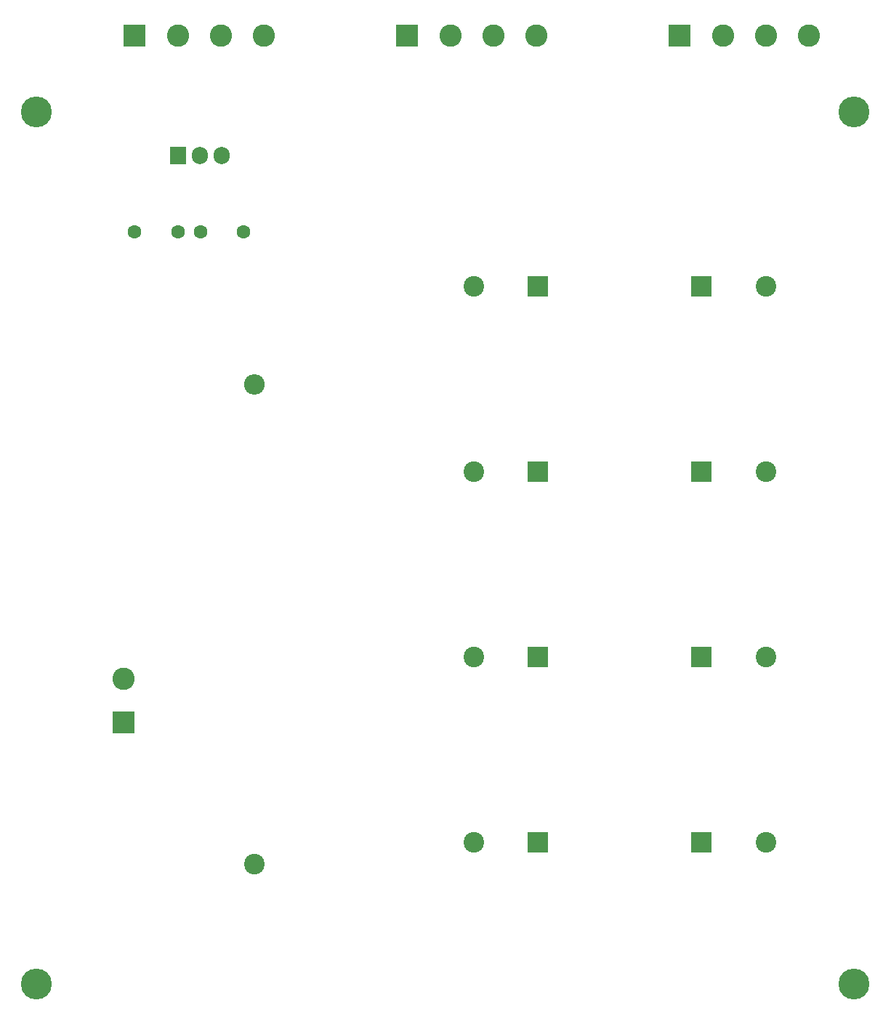
<source format=gbr>
G04 #@! TF.GenerationSoftware,KiCad,Pcbnew,(5.0.2)-1*
G04 #@! TF.CreationDate,2019-07-23T23:18:17+02:00*
G04 #@! TF.ProjectId,Cern2,4365726e-322e-46b6-9963-61645f706362,rev?*
G04 #@! TF.SameCoordinates,Original*
G04 #@! TF.FileFunction,Copper,L1,Top*
G04 #@! TF.FilePolarity,Positive*
%FSLAX46Y46*%
G04 Gerber Fmt 4.6, Leading zero omitted, Abs format (unit mm)*
G04 Created by KiCad (PCBNEW (5.0.2)-1) date 23/07/2019 23:18:17*
%MOMM*%
%LPD*%
G01*
G04 APERTURE LIST*
G04 #@! TA.AperFunction,ComponentPad*
%ADD10C,2.400000*%
G04 #@! TD*
G04 #@! TA.AperFunction,ComponentPad*
%ADD11R,2.400000X2.400000*%
G04 #@! TD*
G04 #@! TA.AperFunction,ComponentPad*
%ADD12C,2.600000*%
G04 #@! TD*
G04 #@! TA.AperFunction,ComponentPad*
%ADD13R,2.600000X2.600000*%
G04 #@! TD*
G04 #@! TA.AperFunction,ComponentPad*
%ADD14O,1.905000X2.000000*%
G04 #@! TD*
G04 #@! TA.AperFunction,ComponentPad*
%ADD15R,1.905000X2.000000*%
G04 #@! TD*
G04 #@! TA.AperFunction,ComponentPad*
%ADD16O,2.400000X2.400000*%
G04 #@! TD*
G04 #@! TA.AperFunction,ComponentPad*
%ADD17C,1.600000*%
G04 #@! TD*
G04 #@! TA.AperFunction,ViaPad*
%ADD18C,3.600000*%
G04 #@! TD*
G04 APERTURE END LIST*
D10*
G04 #@! TO.P,C11,2*
G04 #@! TO.N,Net-(C10-Pad2)*
X146170000Y-114300000D03*
D11*
G04 #@! TO.P,C11,1*
G04 #@! TO.N,Net-(C10-Pad1)*
X153670000Y-114300000D03*
G04 #@! TD*
D12*
G04 #@! TO.P,J6,4*
G04 #@! TO.N,Net-(C4-Pad1)*
X121680000Y-41910000D03*
G04 #@! TO.P,J6,3*
X116680000Y-41910000D03*
G04 #@! TO.P,J6,2*
X111680000Y-41910000D03*
D13*
G04 #@! TO.P,J6,1*
X106680000Y-41910000D03*
G04 #@! TD*
D12*
G04 #@! TO.P,J5,4*
G04 #@! TO.N,Net-(C10-Pad2)*
X185180000Y-41910000D03*
G04 #@! TO.P,J5,3*
X180180000Y-41910000D03*
G04 #@! TO.P,J5,2*
X175180000Y-41910000D03*
D13*
G04 #@! TO.P,J5,1*
X170180000Y-41910000D03*
G04 #@! TD*
D12*
G04 #@! TO.P,J3,4*
G04 #@! TO.N,Net-(C10-Pad1)*
X153430000Y-41910000D03*
G04 #@! TO.P,J3,3*
X148430000Y-41910000D03*
G04 #@! TO.P,J3,2*
X143430000Y-41910000D03*
D13*
G04 #@! TO.P,J3,1*
X138430000Y-41910000D03*
G04 #@! TD*
D14*
G04 #@! TO.P,U1,3*
G04 #@! TO.N,Net-(C4-Pad1)*
X116840000Y-55880000D03*
G04 #@! TO.P,U1,2*
G04 #@! TO.N,Net-(C10-Pad2)*
X114300000Y-55880000D03*
D15*
G04 #@! TO.P,U1,1*
G04 #@! TO.N,Net-(C8-Pad1)*
X111760000Y-55880000D03*
G04 #@! TD*
D16*
G04 #@! TO.P,R4,2*
G04 #@! TO.N,Net-(C10-Pad1)*
X120650000Y-82550000D03*
D10*
G04 #@! TO.P,R4,1*
G04 #@! TO.N,Net-(C8-Pad1)*
X120650000Y-138430000D03*
G04 #@! TD*
G04 #@! TO.P,C10,2*
G04 #@! TO.N,Net-(C10-Pad2)*
X146170000Y-92710000D03*
D11*
G04 #@! TO.P,C10,1*
G04 #@! TO.N,Net-(C10-Pad1)*
X153670000Y-92710000D03*
G04 #@! TD*
D10*
G04 #@! TO.P,C9,2*
G04 #@! TO.N,Net-(C10-Pad2)*
X180220000Y-114300000D03*
D11*
G04 #@! TO.P,C9,1*
G04 #@! TO.N,Net-(C10-Pad1)*
X172720000Y-114300000D03*
G04 #@! TD*
D17*
G04 #@! TO.P,C8,1*
G04 #@! TO.N,Net-(C8-Pad1)*
X106680000Y-64770000D03*
G04 #@! TO.P,C8,2*
G04 #@! TO.N,Net-(C10-Pad2)*
X111680000Y-64770000D03*
G04 #@! TD*
D10*
G04 #@! TO.P,C7,2*
G04 #@! TO.N,Net-(C10-Pad2)*
X180220000Y-71120000D03*
D11*
G04 #@! TO.P,C7,1*
G04 #@! TO.N,Net-(C10-Pad1)*
X172720000Y-71120000D03*
G04 #@! TD*
D10*
G04 #@! TO.P,C6,2*
G04 #@! TO.N,Net-(C10-Pad2)*
X146170000Y-135890000D03*
D11*
G04 #@! TO.P,C6,1*
G04 #@! TO.N,Net-(C10-Pad1)*
X153670000Y-135890000D03*
G04 #@! TD*
D10*
G04 #@! TO.P,C5,2*
G04 #@! TO.N,Net-(C10-Pad2)*
X180220000Y-92710000D03*
D11*
G04 #@! TO.P,C5,1*
G04 #@! TO.N,Net-(C10-Pad1)*
X172720000Y-92710000D03*
G04 #@! TD*
D17*
G04 #@! TO.P,C4,2*
G04 #@! TO.N,Net-(C10-Pad2)*
X114380000Y-64770000D03*
G04 #@! TO.P,C4,1*
G04 #@! TO.N,Net-(C4-Pad1)*
X119380000Y-64770000D03*
G04 #@! TD*
D10*
G04 #@! TO.P,C3,2*
G04 #@! TO.N,Net-(C10-Pad2)*
X180220000Y-135890000D03*
D11*
G04 #@! TO.P,C3,1*
G04 #@! TO.N,Net-(C10-Pad1)*
X172720000Y-135890000D03*
G04 #@! TD*
D10*
G04 #@! TO.P,C2,2*
G04 #@! TO.N,Net-(C10-Pad2)*
X146170000Y-71120000D03*
D11*
G04 #@! TO.P,C2,1*
G04 #@! TO.N,Net-(C10-Pad1)*
X153670000Y-71120000D03*
G04 #@! TD*
D12*
G04 #@! TO.P,J2,2*
G04 #@! TO.N,Net-(C10-Pad2)*
X105410000Y-116840000D03*
D13*
G04 #@! TO.P,J2,1*
G04 #@! TO.N,Net-(C8-Pad1)*
X105410000Y-121920000D03*
G04 #@! TD*
D18*
G04 #@! TO.N,*
X95250000Y-50800000D03*
X190500000Y-50800000D03*
X190500000Y-152400000D03*
X95250000Y-152400000D03*
G04 #@! TD*
M02*

</source>
